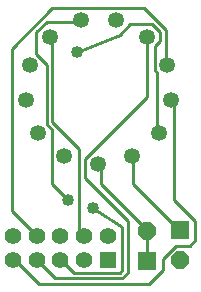
<source format=gtl>
G75*
%MOIN*%
%OFA0B0*%
%FSLAX24Y24*%
%IPPOS*%
%LPD*%
%AMOC8*
5,1,8,0,0,1.08239X$1,22.5*
%
%ADD10R,0.0560X0.0560*%
%ADD11C,0.0560*%
%ADD12R,0.0600X0.0600*%
%ADD13OC8,0.0600*%
%ADD14C,0.0531*%
%ADD15C,0.0100*%
%ADD16C,0.0400*%
D10*
X004096Y001915D03*
D11*
X004096Y002702D03*
X003309Y002702D03*
X003309Y001915D03*
X002521Y001915D03*
X002521Y002702D03*
X001734Y002702D03*
X001734Y001915D03*
X000946Y001915D03*
X000946Y002702D03*
D12*
X005419Y001887D03*
X006517Y002907D03*
D13*
X006517Y001907D03*
X005419Y002887D03*
D14*
X003785Y005096D03*
X002653Y005375D03*
X001779Y006149D03*
X001366Y007239D03*
X001506Y008397D03*
X002169Y009357D03*
X003202Y009899D03*
X004368Y009899D03*
X005401Y009357D03*
X006064Y008397D03*
X006204Y007239D03*
X005791Y006149D03*
X004918Y005375D03*
D15*
X000983Y001937D02*
X001793Y001127D01*
X005483Y001127D01*
X005933Y001577D01*
X005933Y001937D01*
X006383Y002387D01*
X006833Y002387D01*
X007013Y002567D01*
X007013Y003197D01*
X006293Y003917D01*
X006293Y007157D01*
X006204Y007239D01*
X005753Y008147D02*
X005663Y008237D01*
X005663Y009047D01*
X005843Y009227D01*
X005843Y009497D01*
X005573Y009767D01*
X004853Y009767D01*
X004493Y009407D01*
X003059Y008856D01*
X003143Y009857D02*
X003202Y009899D01*
X003143Y009857D02*
X002063Y009857D01*
X001703Y009497D01*
X001703Y008777D01*
X002063Y008417D01*
X002063Y006437D01*
X002243Y006257D01*
X002243Y004457D01*
X002783Y003917D01*
X003323Y004637D02*
X004763Y003197D01*
X004763Y001487D01*
X004583Y001307D01*
X002333Y001307D01*
X001793Y001847D01*
X001734Y001915D01*
X001734Y002702D02*
X001703Y002747D01*
X000893Y003557D01*
X000893Y008957D01*
X002243Y010307D01*
X005303Y010307D01*
X006023Y009587D01*
X006023Y008417D01*
X006064Y008397D01*
X005753Y008147D02*
X005753Y006167D01*
X005791Y006149D01*
X005393Y007337D02*
X003323Y005267D01*
X003323Y004637D01*
X003785Y005096D02*
X003863Y005087D01*
X003863Y004457D01*
X005393Y002927D01*
X005419Y002887D01*
X005393Y002837D01*
X005393Y001937D01*
X005419Y001887D01*
X004583Y001577D02*
X004493Y001487D01*
X002963Y001487D01*
X002603Y001847D01*
X002521Y001915D01*
X003233Y002747D02*
X003143Y002837D01*
X003143Y005627D01*
X002243Y006527D01*
X002243Y009317D01*
X002169Y009357D01*
X004918Y005375D02*
X004943Y005357D01*
X004943Y004457D01*
X006473Y002927D01*
X006517Y002907D01*
X004583Y002995D02*
X004583Y001577D01*
X004583Y002995D02*
X003621Y003642D01*
X003233Y002747D02*
X003309Y002702D01*
X000983Y001937D02*
X000946Y001915D01*
X005393Y007337D02*
X005393Y009317D01*
X005401Y009357D01*
D16*
X003059Y008856D03*
X002783Y003917D03*
X003621Y003642D03*
M02*

</source>
